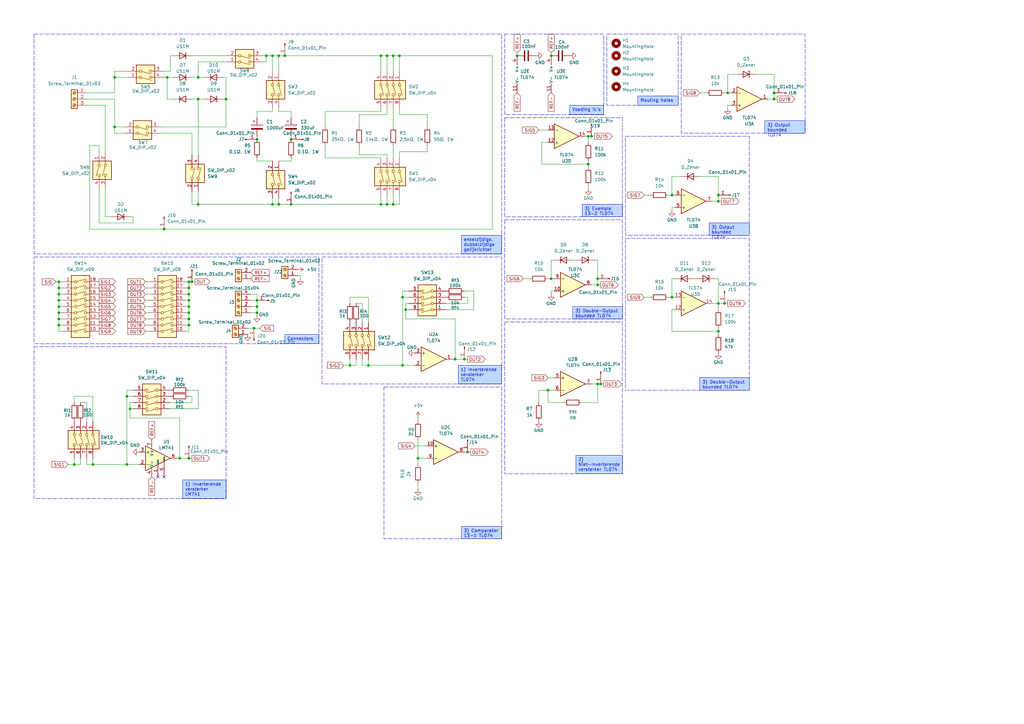
<source format=kicad_sch>
(kicad_sch (version 20231120) (generator "eeschema") (generator_version "8.0")
  (paper "A3")
  (title_block (title "Labo Sem 2, Elektronica 2, VIVES") (date "2025-04-07") (rev "1") (company "Dectronics.cc"))
  (junction (at 161.29 83.82))
  (junction (at 24.13 120.65))
  (junction (at 294.64 135.89))
  (junction (at 77.47 128.27))
  (junction (at 212.09 22.86))
  (junction (at 24.13 125.73))
  (junction (at 92.71 40.64))
  (junction (at 38.1 190.5))
  (junction (at 46.99 31.75))
  (junction (at 116.84 22.86))
  (junction (at 158.75 83.82))
  (junction (at 24.13 133.35))
  (junction (at 156.21 22.86))
  (junction (at 52.07 162.56))
  (junction (at 30.48 190.5))
  (junction (at 105.41 128.27))
  (junction (at 241.3 67.31))
  (junction (at 77.47 123.19))
  (junction (at 105.41 57.15))
  (junction (at 186.69 147.32))
  (junction (at 224.79 160.02))
  (junction (at 226.06 114.3))
  (junction (at 105.41 125.73))
  (junction (at 105.41 123.19))
  (junction (at 317.5 40.64))
  (junction (at 114.3 22.86))
  (junction (at 104.14 134.62))
  (junction (at 161.29 22.86))
  (junction (at 275.59 121.92))
  (junction (at 68.58 31.75))
  (junction (at 294.64 82.55))
  (junction (at 77.47 120.65))
  (junction (at 73.66 187.96))
  (junction (at 294.64 80.01))
  (junction (at 119.38 83.82))
  (junction (at 241.3 55.88))
  (junction (at 81.28 40.64))
  (junction (at 77.47 115.57))
  (junction (at 77.47 130.81))
  (junction (at 24.13 115.57))
  (junction (at 119.38 57.15))
  (junction (at 81.28 83.82))
  (junction (at 111.76 83.82))
  (junction (at 298.45 38.1))
  (junction (at 163.83 22.86))
  (junction (at 24.13 123.19))
  (junction (at 81.28 31.75))
  (junction (at 46.99 52.07))
  (junction (at 109.22 22.86))
  (junction (at 226.06 22.86))
  (junction (at 24.13 118.11))
  (junction (at 246.38 157.48))
  (junction (at 151.13 149.86))
  (junction (at 53.34 167.64))
  (junction (at 77.47 133.35))
  (junction (at 242.57 55.88))
  (junction (at 165.1 121.92))
  (junction (at 77.47 125.73))
  (junction (at 67.31 93.98))
  (junction (at 156.21 83.82))
  (junction (at 158.75 22.86))
  (junction (at 24.13 128.27))
  (junction (at 275.59 80.01))
  (junction (at 294.64 124.46))
  (junction (at 77.47 118.11))
  (junction (at 165.1 149.86))
  (junction (at 171.45 187.96))
  (junction (at 245.11 114.3))
  (junction (at 77.47 187.96))
  (junction (at 191.77 185.42))
  (junction (at 297.18 124.46))
  (junction (at 190.5 147.32))
  (junction (at 245.11 157.48))
  (junction (at 245.11 116.84))
  (junction (at 317.5 38.1))
  (junction (at 114.3 83.82))
  (junction (at 78.74 115.57))
  (junction (at 52.07 190.5))
  (junction (at 166.37 127))
  (junction (at 143.51 149.86))
  (junction (at 111.76 22.86))
  (junction (at 24.13 130.81))
  (no_connect (at 64.77 195.58))
  (no_connect (at 67.31 195.58))
  (wire (pts (xy 165.1 121.92) (xy 167.64 121.92)))
  (wire (pts (xy 222.25 67.31) (xy 241.3 67.31)))
  (wire (pts (xy 46.99 52.07) (xy 50.8 52.07)))
  (wire (pts (xy 91.44 40.64) (xy 92.71 40.64)))
  (wire (pts (xy 78.74 115.57) (xy 80.01 115.57)))
  (wire (pts (xy 275.59 80.01) (xy 276.86 80.01)))
  (wire (pts (xy 241.3 55.88) (xy 242.57 55.88)))
  (wire (pts (xy 105.41 66.04) (xy 105.41 64.77)))
  (wire (pts (xy 220.98 165.1) (xy 220.98 160.02)))
  (wire (pts (xy 166.37 130.81) (xy 166.37 127)))
  (wire (pts (xy 81.28 31.75) (xy 83.82 31.75)))
  (wire (pts (xy 35.56 40.64) (xy 46.99 40.64)))
  (wire (pts (xy 52.07 160.02) (xy 54.61 160.02)))
  (wire (pts (xy 76.2 133.35) (xy 77.47 133.35)))
  (wire (pts (xy 43.18 43.18) (xy 35.56 43.18)))
  (wire (pts (xy 81.28 40.64) (xy 83.82 40.64)))
  (wire (pts (xy 201.93 22.86) (xy 201.93 93.98)))
  (wire (pts (xy 71.12 40.64) (xy 68.58 40.64)))
  (wire (pts (xy 163.83 29.21) (xy 163.83 22.86)))
  (wire (pts (xy 298.45 30.48) (xy 298.45 38.1)))
  (wire (pts (xy 38.1 190.5) (xy 52.07 190.5)))
  (wire (pts (xy 59.69 123.19) (xy 60.96 123.19)))
  (wire (pts (xy 224.79 154.94) (xy 227.33 154.94)))
  (wire (pts (xy 59.69 130.81) (xy 60.96 130.81)))
  (wire (pts (xy 191.77 147.32) (xy 190.5 147.32)))
  (wire (pts (xy 102.87 125.73) (xy 105.41 125.73)))
  (wire (pts (xy 104.14 134.62) (xy 101.6 134.62)))
  (wire (pts (xy 53.34 167.64) (xy 54.61 167.64)))
  (wire (pts (xy 143.51 121.92) (xy 151.13 121.92)))
  (wire (pts (xy 171.45 180.34) (xy 171.45 187.96)))
  (wire (pts (xy 163.83 44.45) (xy 163.83 46.99)))
  (wire (pts (xy 143.51 147.32) (xy 143.51 149.86)))
  (wire (pts (xy 194.31 127) (xy 182.88 127)))
  (wire (pts (xy 226.06 119.38) (xy 227.33 119.38)))
  (wire (pts (xy 78.74 83.82) (xy 81.28 83.82)))
  (wire (pts (xy 241.3 67.31) (xy 241.3 68.58)))
  (wire (pts (xy 190.5 147.32) (xy 186.69 147.32)))
  (wire (pts (xy 73.66 187.96) (xy 72.39 187.96)))
  (wire (pts (xy 30.48 162.56) (xy 38.1 162.56)))
  (wire (pts (xy 78.74 78.74) (xy 78.74 83.82)))
  (wire (pts (xy 35.56 190.5) (xy 38.1 190.5)))
  (wire (pts (xy 224.79 58.42) (xy 222.25 58.42)))
  (wire (pts (xy 275.59 85.09) (xy 276.86 85.09)))
  (wire (pts (xy 105.41 57.15) (xy 105.41 55.88)))
  (wire (pts (xy 275.59 72.39) (xy 275.59 80.01)))
  (wire (pts (xy 158.75 46.99) (xy 158.75 44.45)))
  (wire (pts (xy 226.06 120.65) (xy 226.06 119.38)))
  (wire (pts (xy 24.13 123.19) (xy 25.4 123.19)))
  (wire (pts (xy 165.1 119.38) (xy 165.1 121.92)))
  (wire (pts (xy 242.57 55.88) (xy 243.84 55.88)))
  (wire (pts (xy 77.47 118.11) (xy 77.47 115.57)))
  (wire (pts (xy 66.04 54.61) (xy 78.74 54.61)))
  (wire (pts (xy 191.77 121.92) (xy 191.77 124.46)))
  (wire (pts (xy 298.45 43.18) (xy 299.72 43.18)))
  (wire (pts (xy 294.64 134.62) (xy 294.64 135.89)))
  (wire (pts (xy 30.48 187.96) (xy 30.48 190.5)))
  (wire (pts (xy 114.3 44.45) (xy 114.3 45.72)))
  (wire (pts (xy 52.07 162.56) (xy 54.61 162.56)))
  (wire (pts (xy 275.59 121.92) (xy 276.86 121.92)))
  (wire (pts (xy 133.35 45.72) (xy 133.35 52.07)))
  (wire (pts (xy 76.2 115.57) (xy 77.47 115.57)))
  (wire (pts (xy 294.64 124.46) (xy 297.18 124.46)))
  (wire (pts (xy 67.31 29.21) (xy 69.85 29.21)))
  (wire (pts (xy 46.99 31.75) (xy 46.99 29.21)))
  (wire (pts (xy 77.47 115.57) (xy 78.74 115.57)))
  (wire (pts (xy 111.76 45.72) (xy 111.76 44.45)))
  (wire (pts (xy 81.28 78.74) (xy 81.28 83.82)))
  (wire (pts (xy 171.45 187.96) (xy 175.26 187.96)))
  (wire (pts (xy 293.37 114.3) (xy 294.64 114.3)))
  (wire (pts (xy 190.5 121.92) (xy 191.77 121.92)))
  (wire (pts (xy 143.51 149.86) (xy 146.05 149.86)))
  (wire (pts (xy 76.2 130.81) (xy 77.47 130.81)))
  (wire (pts (xy 275.59 127) (xy 276.86 127)))
  (wire (pts (xy 59.69 133.35) (xy 60.96 133.35)))
  (wire (pts (xy 294.64 124.46) (xy 292.1 124.46)))
  (wire (pts (xy 67.31 31.75) (xy 68.58 31.75)))
  (wire (pts (xy 275.59 114.3) (xy 275.59 121.92)))
  (wire (pts (xy 234.95 106.68) (xy 236.22 106.68)))
  (wire (pts (xy 245.11 157.48) (xy 246.38 157.48)))
  (wire (pts (xy 191.77 124.46) (xy 182.88 124.46)))
  (wire (pts (xy 109.22 22.86) (xy 111.76 22.86)))
  (wire (pts (xy 220.98 53.34) (xy 224.79 53.34)))
  (wire (pts (xy 294.64 114.3) (xy 294.64 124.46)))
  (wire (pts (xy 224.79 160.02) (xy 227.33 160.02)))
  (wire (pts (xy 59.69 118.11) (xy 60.96 118.11)))
  (wire (pts (xy 111.76 22.86) (xy 111.76 29.21)))
  (wire (pts (xy 38.1 162.56) (xy 38.1 172.72)))
  (wire (pts (xy 123.19 113.03) (xy 123.19 114.3)))
  (wire (pts (xy 67.31 93.98) (xy 201.93 93.98)))
  (wire (pts (xy 77.47 125.73) (xy 77.47 123.19)))
  (wire (pts (xy 76.2 135.89) (xy 77.47 135.89)))
  (wire (pts (xy 158.75 83.82) (xy 161.29 83.82)))
  (wire (pts (xy 166.37 127) (xy 166.37 124.46)))
  (wire (pts (xy 24.13 125.73) (xy 24.13 128.27)))
  (wire (pts (xy 24.13 128.27) (xy 25.4 128.27)))
  (wire (pts (xy 264.16 80.01) (xy 266.7 80.01)))
  (wire (pts (xy 241.3 55.88) (xy 241.3 58.42)))
  (wire (pts (xy 317.5 38.1) (xy 317.5 40.64)))
  (wire (pts (xy 68.58 40.64) (xy 68.58 31.75)))
  (wire (pts (xy 264.16 121.92) (xy 266.7 121.92)))
  (wire (pts (xy 201.93 22.86) (xy 163.83 22.86)))
  (wire (pts (xy 161.29 22.86) (xy 158.75 22.86)))
  (wire (pts (xy 24.13 130.81) (xy 24.13 133.35)))
  (wire (pts (xy 163.83 62.23) (xy 163.83 64.77)))
  (wire (pts (xy 226.06 106.68) (xy 226.06 114.3)))
  (wire (pts (xy 298.45 44.45) (xy 298.45 43.18)))
  (wire (pts (xy 69.85 29.21) (xy 69.85 22.86)))
  (wire (pts (xy 275.59 86.36) (xy 275.59 85.09)))
  (wire (pts (xy 220.98 160.02) (xy 224.79 160.02)))
  (wire (pts (xy 43.18 77.47) (xy 43.18 88.9)))
  (wire (pts (xy 245.11 116.84) (xy 242.57 116.84)))
  (wire (pts (xy 105.41 129.54) (xy 105.41 128.27)))
  (wire (pts (xy 294.64 82.55) (xy 295.91 82.55)))
  (wire (pts (xy 317.5 40.64) (xy 314.96 40.64)))
  (wire (pts (xy 77.47 128.27) (xy 77.47 125.73)))
  (wire (pts (xy 81.28 83.82) (xy 111.76 83.82)))
  (wire (pts (xy 53.34 167.64) (xy 53.34 165.1)))
  (wire (pts (xy 161.29 83.82) (xy 163.83 83.82)))
  (wire (pts (xy 114.3 22.86) (xy 116.84 22.86)))
  (wire (pts (xy 69.85 22.86) (xy 71.12 22.86)))
  (wire (pts (xy 171.45 198.12) (xy 171.45 200.66)))
  (wire (pts (xy 46.99 31.75) (xy 52.07 31.75)))
  (wire (pts (xy 107.95 22.86) (xy 109.22 22.86)))
  (wire (pts (xy 107.95 25.4) (xy 109.22 25.4)))
  (wire (pts (xy 36.83 93.98) (xy 67.31 93.98)))
  (wire (pts (xy 148.59 124.46) (xy 148.59 132.08)))
  (wire (pts (xy 156.21 80.01) (xy 156.21 83.82)))
  (wire (pts (xy 46.99 54.61) (xy 46.99 52.07)))
  (wire (pts (xy 24.13 123.19) (xy 24.13 125.73)))
  (wire (pts (xy 241.3 67.31) (xy 241.3 66.04)))
  (wire (pts (xy 161.29 44.45) (xy 161.29 52.07)))
  (wire (pts (xy 33.02 165.1) (xy 35.56 165.1)))
  (wire (pts (xy 53.34 165.1) (xy 54.61 165.1)))
  (wire (pts (xy 24.13 133.35) (xy 24.13 135.89)))
  (wire (pts (xy 214.63 114.3) (xy 217.17 114.3)))
  (wire (pts (xy 191.77 185.42) (xy 193.04 185.42)))
  (wire (pts (xy 161.29 59.69) (xy 161.29 64.77)))
  (wire (pts (xy 297.18 38.1) (xy 298.45 38.1)))
  (wire (pts (xy 243.84 106.68) (xy 245.11 106.68)))
  (wire (pts (xy 35.56 38.1) (xy 46.99 38.1)))
  (wire (pts (xy 24.13 115.57) (xy 24.13 118.11)))
  (wire (pts (xy 92.71 31.75) (xy 92.71 40.64)))
  (wire (pts (xy 36.83 59.69) (xy 36.83 93.98)))
  (wire (pts (xy 109.22 25.4) (xy 109.22 22.86)))
  (wire (pts (xy 158.75 29.21) (xy 158.75 22.86)))
  (wire (pts (xy 40.64 59.69) (xy 36.83 59.69)))
  (wire (pts (xy 114.3 22.86) (xy 111.76 22.86)))
  (wire (pts (xy 46.99 38.1) (xy 46.99 31.75)))
  (wire (pts (xy 111.76 83.82) (xy 114.3 83.82)))
  (wire (pts (xy 52.07 160.02) (xy 52.07 162.56)))
  (wire (pts (xy 91.44 31.75) (xy 92.71 31.75)))
  (wire (pts (xy 24.13 118.11) (xy 24.13 120.65)))
  (wire (pts (xy 111.76 66.04) (xy 105.41 66.04)))
  (wire (pts (xy 106.68 134.62) (xy 104.14 134.62)))
  (wire (pts (xy 52.07 190.5) (xy 57.15 190.5)))
  (wire (pts (xy 156.21 44.45) (xy 156.21 45.72)))
  (wire (pts (xy 165.1 149.86) (xy 170.18 149.86)))
  (wire (pts (xy 171.45 190.5) (xy 171.45 187.96)))
  (wire (pts (xy 81.28 25.4) (xy 81.28 31.75)))
  (wire (pts (xy 77.47 187.96) (xy 73.66 187.96)))
  (wire (pts (xy 163.83 83.82) (xy 163.83 80.01)))
  (wire (pts (xy 241.3 76.2) (xy 241.3 77.47)))
  (wire (pts (xy 105.41 128.27) (xy 105.41 125.73)))
  (wire (pts (xy 226.06 21.59) (xy 226.06 22.86)))
  (wire (pts (xy 111.76 81.28) (xy 111.76 83.82)))
  (wire (pts (xy 275.59 127) (xy 275.59 135.89)))
  (wire (pts (xy 102.87 123.19) (xy 105.41 123.19)))
  (wire (pts (xy 59.69 120.65) (xy 60.96 120.65)))
  (wire (pts (xy 156.21 22.86) (xy 156.21 29.21)))
  (wire (pts (xy 245.11 165.1) (xy 245.11 157.48)))
  (wire (pts (xy 24.13 128.27) (xy 24.13 130.81)))
  (wire (pts (xy 77.47 160.02) (xy 81.28 160.02)))
  (wire (pts (xy 52.07 162.56) (xy 52.07 190.5)))
  (wire (pts (xy 40.64 62.23) (xy 40.64 59.69)))
  (wire (pts (xy 78.74 31.75) (xy 81.28 31.75)))
  (wire (pts (xy 121.92 113.03) (xy 123.19 113.03)))
  (wire (pts (xy 78.74 54.61) (xy 78.74 63.5)))
  (wire (pts (xy 105.41 48.26) (xy 105.41 45.72)))
  (wire (pts (xy 222.25 58.42) (xy 222.25 67.31)))
  (wire (pts (xy 245.11 116.84) (xy 246.38 116.84)))
  (wire (pts (xy 224.79 165.1) (xy 224.79 160.02)))
  (wire (pts (xy 24.13 133.35) (xy 25.4 133.35)))
  (wire (pts (xy 148.59 149.86) (xy 151.13 149.86)))
  (wire (pts (xy 294.64 72.39) (xy 294.64 80.01)))
  (wire (pts (xy 309.88 30.48) (xy 317.5 30.48)))
  (wire (pts (xy 53.34 88.9) (xy 54.61 88.9)))
  (wire (pts (xy 158.75 63.5) (xy 158.75 64.77)))
  (wire (pts (xy 119.38 45.72) (xy 119.38 48.26)))
  (wire (pts (xy 54.61 88.9) (xy 54.61 91.44)))
  (wire (pts (xy 77.47 133.35) (xy 77.47 130.81)))
  (wire (pts (xy 238.76 165.1) (xy 245.11 165.1)))
  (wire (pts (xy 24.13 125.73) (xy 25.4 125.73)))
  (wire (pts (xy 68.58 31.75) (xy 71.12 31.75)))
  (wire (pts (xy 166.37 127) (xy 167.64 127)))
  (wire (pts (xy 22.86 115.57) (xy 24.13 115.57)))
  (wire (pts (xy 60.96 135.89) (xy 59.69 135.89)))
  (wire (pts (xy 231.14 165.1) (xy 224.79 165.1)))
  (wire (pts (xy 30.48 190.5) (xy 33.02 190.5)))
  (wire (pts (xy 43.18 88.9) (xy 45.72 88.9)))
  (wire (pts (xy 114.3 81.28) (xy 114.3 83.82)))
  (wire (pts (xy 175.26 62.23) (xy 163.83 62.23)))
  (wire (pts (xy 165.1 121.92) (xy 165.1 149.86)))
  (wire (pts (xy 81.28 160.02) (xy 81.28 167.64)))
  (wire (pts (xy 163.83 22.86) (xy 161.29 22.86)))
  (wire (pts (xy 53.34 171.45) (xy 73.66 171.45)))
  (wire (pts (xy 212.09 21.59) (xy 212.09 22.86)))
  (wire (pts (xy 161.29 80.01) (xy 161.29 83.82)))
  (wire (pts (xy 294.64 124.46) (xy 294.64 127)))
  (wire (pts (xy 116.84 22.86) (xy 156.21 22.86)))
  (wire (pts (xy 170.18 182.88) (xy 175.26 182.88)))
  (wire (pts (xy 59.69 125.73) (xy 60.96 125.73)))
  (wire (pts (xy 24.13 130.81) (xy 25.4 130.81)))
  (wire (pts (xy 35.56 165.1) (xy 35.56 172.72)))
  (wire (pts (xy 133.35 64.77) (xy 133.35 59.69)))
  (wire (pts (xy 175.26 59.69) (xy 175.26 62.23)))
  (wire (pts (xy 175.26 46.99) (xy 175.26 52.07)))
  (wire (pts (xy 287.02 72.39) (xy 294.64 72.39)))
  (wire (pts (xy 114.3 83.82) (xy 119.38 83.82)))
  (wire (pts (xy 190.5 185.42) (xy 191.77 185.42)))
  (wire (pts (xy 163.83 46.99) (xy 175.26 46.99)))
  (wire (pts (xy 317.5 30.48) (xy 317.5 38.1)))
  (wire (pts (xy 77.47 162.56) (xy 78.74 162.56)))
  (wire (pts (xy 81.28 167.64) (xy 69.85 167.64)))
  (wire (pts (xy 294.64 82.55) (xy 292.1 82.55)))
  (wire (pts (xy 77.47 135.89) (xy 77.47 133.35)))
  (wire (pts (xy 287.02 38.1) (xy 289.56 38.1)))
  (wire (pts (xy 81.28 40.64) (xy 81.28 63.5)))
  (wire (pts (xy 27.94 190.5) (xy 30.48 190.5)))
  (wire (pts (xy 194.31 119.38) (xy 194.31 127)))
  (wire (pts (xy 246.38 157.48) (xy 247.65 157.48)))
  (wire (pts (xy 54.61 91.44) (xy 40.64 91.44)))
  (wire (pts (xy 186.69 147.32) (xy 185.42 147.32)))
  (wire (pts (xy 76.2 125.73) (xy 77.47 125.73)))
  (wire (pts (xy 166.37 130.81) (xy 186.69 130.81)))
  (wire (pts (xy 245.11 114.3) (xy 245.11 116.84)))
  (wire (pts (xy 190.5 119.38) (xy 194.31 119.38)))
  (wire (pts (xy 158.75 80.01) (xy 158.75 83.82)))
  (wire (pts (xy 105.41 45.72) (xy 111.76 45.72)))
  (wire (pts (xy 53.34 171.45) (xy 53.34 167.64)))
  (wire (pts (xy 119.38 66.04) (xy 119.38 64.77)))
  (wire (pts (xy 317.5 40.64) (xy 318.77 40.64)))
  (wire (pts (xy 24.13 120.65) (xy 24.13 123.19)))
  (wire (pts (xy 146.05 147.32) (xy 146.05 149.86)))
  (wire (pts (xy 59.69 128.27) (xy 60.96 128.27)))
  (wire (pts (xy 143.51 124.46) (xy 143.51 121.92)))
  (wire (pts (xy 186.69 130.81) (xy 186.69 147.32)))
  (wire (pts (xy 226.06 114.3) (xy 227.33 114.3)))
  (wire (pts (xy 165.1 119.38) (xy 167.64 119.38)))
  (wire (pts (xy 114.3 22.86) (xy 114.3 29.21)))
  (wire (pts (xy 156.21 83.82) (xy 158.75 83.82)))
  (wire (pts (xy 24.13 115.57) (xy 25.4 115.57)))
  (wire (pts (xy 35.56 187.96) (xy 35.56 190.5)))
  (wire (pts (xy 147.32 52.07) (xy 147.32 46.99)))
  (wire (pts (xy 105.41 123.19) (xy 105.41 120.65)))
  (wire (pts (xy 245.11 106.68) (xy 245.11 114.3)))
  (wire (pts (xy 274.32 80.01) (xy 275.59 80.01)))
  (wire (pts (xy 46.99 29.21) (xy 52.07 29.21)))
  (wire (pts (xy 161.29 29.21) (xy 161.29 22.86)))
  (wire (pts (xy 146.05 124.46) (xy 148.59 124.46)))
  (wire (pts (xy 224.79 114.3) (xy 226.06 114.3)))
  (wire (pts (xy 158.75 22.86) (xy 156.21 22.86)))
  (wire (pts (xy 76.2 118.11) (xy 77.47 118.11)))
  (wire (pts (xy 77.47 130.81) (xy 77.47 128.27)))
  (wire (pts (xy 147.32 59.69) (xy 147.32 63.5)))
  (wire (pts (xy 33.02 187.96) (xy 33.02 190.5)))
  (wire (pts (xy 151.13 147.32) (xy 151.13 149.86)))
  (wire (pts (xy 43.18 43.18) (xy 43.18 62.23)))
  (wire (pts (xy 25.4 135.89) (xy 24.13 135.89)))
  (wire (pts (xy 76.2 123.19) (xy 77.47 123.19)))
  (wire (pts (xy 156.21 45.72) (xy 133.35 45.72)))
  (wire (pts (xy 140.97 149.86) (xy 143.51 149.86)))
  (wire (pts (xy 147.32 46.99) (xy 158.75 46.99)))
  (wire (pts (xy 78.74 165.1) (xy 69.85 165.1)))
  (wire (pts (xy 298.45 38.1) (xy 299.72 38.1)))
  (wire (pts (xy 38.1 187.96) (xy 38.1 190.5)))
  (wire (pts (xy 24.13 120.65) (xy 25.4 120.65)))
  (wire (pts (xy 119.38 57.15) (xy 119.38 55.88)))
  (wire (pts (xy 240.03 55.88) (xy 241.3 55.88)))
  (wire (pts (xy 274.32 121.92) (xy 275.59 121.92)))
  (wire (pts (xy 148.59 147.32) (xy 148.59 149.86)))
  (wire (pts (xy 245.11 157.48) (xy 242.57 157.48)))
  (wire (pts (xy 114.3 66.04) (xy 119.38 66.04)))
  (wire (pts (xy 297.18 124.46) (xy 298.45 124.46)))
  (wire (pts (xy 40.64 91.44) (xy 40.64 77.47)))
  (wire (pts (xy 73.66 171.45) (xy 73.66 187.96)))
  (wire (pts (xy 78.74 187.96) (xy 77.47 187.96)))
  (wire (pts (xy 156.21 64.77) (xy 133.35 64.77)))
  (wire (pts (xy 119.38 83.82) (xy 156.21 83.82)))
  (wire (pts (xy 77.47 123.19) (xy 77.47 120.65)))
  (wire (pts (xy 92.71 52.07) (xy 66.04 52.07)))
  (wire (pts (xy 275.59 135.89) (xy 294.64 135.89)))
  (wire (pts (xy 114.3 45.72) (xy 119.38 45.72)))
  (wire (pts (xy 105.41 120.65) (xy 102.87 120.65)))
  (wire (pts (xy 46.99 40.64) (xy 46.99 52.07)))
  (wire (pts (xy 276.86 114.3) (xy 275.59 114.3)))
  (wire (pts (xy 147.32 63.5) (xy 158.75 63.5)))
  (wire (pts (xy 92.71 25.4) (xy 81.28 25.4)))
  (wire (pts (xy 30.48 165.1) (xy 30.48 162.56)))
  (wire (pts (xy 294.64 135.89) (xy 294.64 137.16)))
  (wire (pts (xy 227.33 106.68) (xy 226.06 106.68)))
  (wire (pts (xy 302.26 30.48) (xy 298.45 30.48)))
  (wire (pts (xy 76.2 120.65) (xy 77.47 120.65)))
  (wire (pts (xy 78.74 162.56) (xy 78.74 165.1)))
  (wire (pts (xy 171.45 171.45) (xy 171.45 172.72)))
  (wire (pts (xy 279.4 72.39) (xy 275.59 72.39)))
  (wire (pts (xy 76.2 128.27) (xy 77.47 128.27)))
  (wire (pts (xy 151.13 121.92) (xy 151.13 132.08)))
  (wire (pts (xy 59.69 115.57) (xy 60.96 115.57)))
  (wire (pts (xy 105.41 125.73) (xy 105.41 123.19)))
  (wire (pts (xy 284.48 114.3) (xy 285.75 114.3)))
  (wire (pts (xy 294.64 80.01) (xy 294.64 82.55)))
  (wire (pts (xy 92.71 40.64) (xy 92.71 52.07)))
  (wire (pts (xy 78.74 40.64) (xy 81.28 40.64)))
  (wire (pts (xy 78.74 22.86) (xy 92.71 22.86)))
  (wire (pts (xy 24.13 118.11) (xy 25.4 118.11)))
  (wire (pts (xy 166.37 124.46) (xy 167.64 124.46)))
  (wire (pts (xy 50.8 54.61) (xy 46.99 54.61)))
  (wire (pts (xy 151.13 149.86) (xy 165.1 149.86)))
  (wire (pts (xy 102.87 128.27) (xy 105.41 128.27)))
  (wire (pts (xy 77.47 120.65) (xy 77.47 118.11)))
  (rectangle (start 13.97 105.41) (end 130.81 140.97) (stroke (width 0) (type dash)))
  (rectangle (start 13.97 13.97) (end 205.74 104.14) (stroke (width 0) (type dash)))
  (rectangle (start 132.08 105.41) (end 205.74 157.48) (stroke (width 0) (type dash)))
  (rectangle (start 256.54 55.88) (end 307.34 96.52) (stroke (width 0) (type dash)))
  (rectangle (start 248.92 13.97) (end 278.13 43.18) (stroke (width 0) (type dash)))
  (rectangle (start 207.01 48.26) (end 255.27 88.9) (stroke (width 0) (type dash)))
  (rectangle (start 13.97 142.24) (end 92.71 204.47) (stroke (width 0) (type dash)))
  (rectangle (start 207.01 13.97) (end 247.65 46.99) (stroke (width 0) (type dash)))
  (rectangle (start 256.54 97.79) (end 307.34 160.02) (stroke (width 0) (type dash)))
  (rectangle (start 279.4 13.97) (end 330.2 54.61) (stroke (width 0) (type dash)))
  (rectangle (start 207.01 132.08) (end 255.27 194.31) (stroke (width 0) (type dash)))
  (rectangle (start 157.48 158.75) (end 205.74 220.98) (stroke (width 0) (type dash)))
  (rectangle (start 207.01 90.17) (end 255.27 130.81) (stroke (width 0) (type dash)))
  (text_box "3) Output bounded TL074" (at 290.83 91.44 0) (size 16.51 5.08) (fill (type color) (color 191 216 255 1)) (effects (font (size 1.27 1.27)) (justify left top)))
  (text_box "3) Output bounded TL074" (at 313.69 49.53 0) (size 16.51 5.08) (fill (type color) (color 191 216 255 1)) (effects (font (size 1.27 1.27)) (justify left top)))
  (text_box "3) Comparator 13-1 TL074" (at 189.23 215.9 0) (size 16.51 5.08) (fill (type color) (color 191 216 255 1)) (effects (font (size 1.27 1.27)) (justify left top)))
  (text_box "3) Double-Output bounded TL074" (at 287.02 154.94 0) (size 20.32 5.08) (fill (type color) (color 191 216 255 1)) (effects (font (size 1.27 1.27)) (justify left top)))
  (text_box "Voeding ic's" (at 233.68 43.18 0) (size 13.97 3.81) (fill (type color) (color 191 216 255 1)) (effects (font (size 1.27 1.27)) (justify left top)))
  (text_box "Connectors" (at 116.84 137.16 0) (size 13.97 3.81) (fill (type color) (color 191 216 255 1)) (effects (font (size 1.27 1.27)) (justify left top)))
  (text_box "Mouting holes" (at 261.62 39.37 0) (size 16.51 3.81) (fill (type color) (color 191 216 255 1)) (effects (font (size 1.27 1.27)) (justify left top)))
  (text_box "1) Inverterende versterker LM741" (at 74.93 196.85 0) (size 17.78 7.62) (fill (type color) (color 191 216 255 1)) (effects (font (size 1.27 1.27)) (justify left top)))
  (text_box "enkelzijdige, dubbelzijdige gelijkrichter" (at 189.23 96.52 0) (size 16.51 7.62) (fill (type color) (color 191 216 255 1)) (effects (font (size 1.27 1.27)) (justify left top)))
  (text_box "3) Double-Output bounded TL074" (at 234.95 125.73 0) (size 20.32 5.08) (fill (type color) (color 191 216 255 1)) (effects (font (size 1.27 1.27)) (justify left top)))
  (text_box "3) Example 13-2 TL074" (at 238.76 83.82 0) (size 16.51 5.08) (fill (type color) (color 191 216 255 1)) (effects (font (size 1.27 1.27)) (justify left top)))
  (text_box "2) Niet-Inverterende versterker TL074" (at 236.22 186.69 0) (size 19.05 7.62) (fill (type color) (color 191 216 255 1)) (effects (font (size 1.27 1.27)) (justify left top)))
  (text_box "1) Inverterende versterker TL074" (at 187.96 149.86 0) (size 17.78 7.62) (fill (type color) (color 191 216 255 1)) (effects (font (size 1.27 1.27)) (justify left top)))
  (global_label "REF+" (shape input) (at 102.87 111.76 0) (property "Intersheetrefs" "${INTERSHEET_REFS}" (effects (hide yes))))
  (global_label "REF-" (shape input) (at 102.87 114.3 0) (property "Intersheetrefs" "${INTERSHEET_REFS}" (effects (hide yes))))
  (global_label "REF-" (shape input) (at 212.09 38.1 270) (property "Intersheetrefs" "${INTERSHEET_REFS}" (effects (hide yes))))
  (global_label "SIG" (shape input) (at 22.86 115.57 180) (property "Intersheetrefs" "${INTERSHEET_REFS}" (effects (hide yes))))
  (global_label "OUT1" (shape output) (at 78.74 187.96 0) (property "Intersheetrefs" "${INTERSHEET_REFS}" (effects (hide yes))))
  (global_label "OUT9" (shape output) (at 298.45 124.46 0) (property "Intersheetrefs" "${INTERSHEET_REFS}" (effects (hide yes))))
  (global_label "SIG1" (shape input) (at 27.94 190.5 180) (property "Intersheetrefs" "${INTERSHEET_REFS}" (effects (hide yes))))
  (global_label "REF-" (shape input) (at 226.06 38.1 270) (property "Intersheetrefs" "${INTERSHEET_REFS}" (effects (hide yes))))
  (global_label "OUT6" (shape output) (at 246.38 116.84 0) (property "Intersheetrefs" "${INTERSHEET_REFS}" (effects (hide yes))))
  (global_label "REF-" (shape input) (at 62.23 195.58 270) (property "Intersheetrefs" "${INTERSHEET_REFS}" (effects (hide yes))))
  (global_label "OUT4" (shape output) (at 193.04 185.42 0) (property "Intersheetrefs" "${INTERSHEET_REFS}" (effects (hide yes))))
  (global_label "SIG1" (shape output) (at 40.64 115.57 0) (property "Intersheetrefs" "${INTERSHEET_REFS}" (effects (hide yes))))
  (global_label "OUT3" (shape input) (at 59.69 120.65 180) (property "Intersheetrefs" "${INTERSHEET_REFS}" (effects (hide yes))))
  (global_label "SIG5" (shape input) (at 220.98 53.34 180) (property "Intersheetrefs" "${INTERSHEET_REFS}" (effects (hide yes))))
  (global_label "OUT3" (shape output) (at 247.65 157.48 0) (property "Intersheetrefs" "${INTERSHEET_REFS}" (effects (hide yes))))
  (global_label "REF+" (shape input) (at 62.23 180.34 90) (property "Intersheetrefs" "${INTERSHEET_REFS}" (effects (hide yes))))
  (global_label "SIG8" (shape output) (at 40.64 133.35 0) (property "Intersheetrefs" "${INTERSHEET_REFS}" (effects (hide yes))))
  (global_label "SIG2" (shape input) (at 140.97 149.86 180) (property "Intersheetrefs" "${INTERSHEET_REFS}" (effects (hide yes))))
  (global_label "REF+" (shape input) (at 226.06 21.59 90) (property "Intersheetrefs" "${INTERSHEET_REFS}" (effects (hide yes))))
  (global_label "OUT5" (shape output) (at 243.84 55.88 0) (property "Intersheetrefs" "${INTERSHEET_REFS}" (effects (hide yes))))
  (global_label "OUT8" (shape output) (at 318.77 40.64 0) (property "Intersheetrefs" "${INTERSHEET_REFS}" (effects (hide yes))))
  (global_label "SIG4" (shape input) (at 170.18 182.88 180) (property "Intersheetrefs" "${INTERSHEET_REFS}" (effects (hide yes))))
  (global_label "OUT1" (shape input) (at 59.69 115.57 180) (property "Intersheetrefs" "${INTERSHEET_REFS}" (effects (hide yes))))
  (global_label "SIG5" (shape output) (at 40.64 125.73 0) (property "Intersheetrefs" "${INTERSHEET_REFS}" (effects (hide yes))))
  (global_label "OUT8" (shape input) (at 59.69 133.35 180) (property "Intersheetrefs" "${INTERSHEET_REFS}" (effects (hide yes))))
  (global_label "SIG7" (shape output) (at 40.64 130.81 0) (property "Intersheetrefs" "${INTERSHEET_REFS}" (effects (hide yes))))
  (global_label "REF+" (shape input) (at 212.09 21.59 90) (property "Intersheetrefs" "${INTERSHEET_REFS}" (effects (hide yes))))
  (global_label "SIG8" (shape input) (at 287.02 38.1 180) (property "Intersheetrefs" "${INTERSHEET_REFS}" (effects (hide yes))))
  (global_label "SIG3" (shape output) (at 40.64 120.65 0) (property "Intersheetrefs" "${INTERSHEET_REFS}" (effects (hide yes))))
  (global_label "OUT" (shape output) (at 80.01 115.57 0) (property "Intersheetrefs" "${INTERSHEET_REFS}" (effects (hide yes))))
  (global_label "OUT7" (shape input) (at 59.69 130.81 180) (property "Intersheetrefs" "${INTERSHEET_REFS}" (effects (hide yes))))
  (global_label "SIG2" (shape output) (at 40.64 118.11 0) (property "Intersheetrefs" "${INTERSHEET_REFS}" (effects (hide yes))))
  (global_label "OUT9" (shape input) (at 59.69 135.89 180) (property "Intersheetrefs" "${INTERSHEET_REFS}" (effects (hide yes))))
  (global_label "SIG" (shape input) (at 106.68 134.62 0) (property "Intersheetrefs" "${INTERSHEET_REFS}" (effects (hide yes))))
  (global_label "SIG9" (shape output) (at 40.64 135.89 0) (property "Intersheetrefs" "${INTERSHEET_REFS}" (effects (hide yes))))
  (global_label "OUT7" (shape output) (at 295.91 82.55 0) (property "Intersheetrefs" "${INTERSHEET_REFS}" (effects (hide yes))))
  (global_label "OUT2" (shape input) (at 59.69 118.11 180) (property "Intersheetrefs" "${INTERSHEET_REFS}" (effects (hide yes))))
  (global_label "SIG4" (shape output) (at 40.64 123.19 0) (property "Intersheetrefs" "${INTERSHEET_REFS}" (effects (hide yes))))
  (global_label "SIG7" (shape input) (at 264.16 80.01 180) (property "Intersheetrefs" "${INTERSHEET_REFS}" (effects (hide yes))))
  (global_label "OUT6" (shape input) (at 59.69 128.27 180) (property "Intersheetrefs" "${INTERSHEET_REFS}" (effects (hide yes))))
  (global_label "OUT2" (shape output) (at 191.77 147.32 0) (property "Intersheetrefs" "${INTERSHEET_REFS}" (effects (hide yes))))
  (global_label "SIG3" (shape input) (at 224.79 154.94 180) (property "Intersheetrefs" "${INTERSHEET_REFS}" (effects (hide yes))))
  (global_label "SIG6" (shape input) (at 214.63 114.3 180) (property "Intersheetrefs" "${INTERSHEET_REFS}" (effects (hide yes))))
  (global_label "SIG9" (shape input) (at 264.16 121.92 180) (property "Intersheetrefs" "${INTERSHEET_REFS}" (effects (hide yes))))
  (global_label "OUT4" (shape input) (at 59.69 123.19 180) (property "Intersheetrefs" "${INTERSHEET_REFS}" (effects (hide yes))))
  (global_label "OUT5" (shape input) (at 59.69 125.73 180) (property "Intersheetrefs" "${INTERSHEET_REFS}" (effects (hide yes))))
  (global_label "SIG6" (shape output) (at 40.64 128.27 0) (property "Intersheetrefs" "${INTERSHEET_REFS}" (effects (hide yes))))
  (symbol (lib_id "Device:D_Zener") (at 306.07 30.48 0) (mirror y) (unit 1)
    (property "Reference" "D3" (at 306.07 24.13 0))
    (property "Value" "D_Zener" (at 306.07 26.67 0))
    (property "Footprint" "Diode_SMD:D_SOD-123" (effects (hide yes)))
    (property "Description" "Zener diode" (effects (hide yes)))
  )
  (symbol (lib_id "Connector:Screw_Terminal_01x04") (at 97.79 125.73 180) (unit 1)
    (property "Reference" "J3" (at 94.996 123.952 0))
    (property "Value" "Screw_Terminal_01x04" (at 95.504 118.11 0))
    (property "Footprint" "TerminalBlock_Phoenix:TerminalBlock_Phoenix_MKDS-1,5-4-5.08_1x04_P5.08mm_Horizontal" (effects (hide yes)))
    (property "Description" "Generic screw terminal, single row, 01x04, script generated (kicad-library-utils/schlib/autogen/connector/)" (effects (hide yes)))
  )
  (symbol (lib_id "Device:C_Polarized") (at 119.38 52.07 0) (unit 1)
    (property "Reference" "C2" (at 123.19 49.9109 0) (effects (justify left)))
    (property "Value" "330uF" (at 123.19 52.4509 0) (effects (justify left)))
    (property "Footprint" "Capacitor_SMD:CP_Elec_8x10" (effects (hide yes)))
    (property "Description" "Polarized capacitor" (effects (hide yes)))
  )
  (symbol (lib_id "Device:D_Zener") (at 280.67 114.3 0) (unit 1)
    (property "Reference" "D11" (at 280.67 107.95 0))
    (property "Value" "D_Zener" (at 280.67 110.49 0))
    (property "Footprint" "Diode_SMD:D_SOD-123" (effects (hide yes)))
    (property "Description" "Zener diode" (effects (hide yes)))
  )
  (symbol (lib_id "Device:R") (at 186.69 119.38 270) (mirror x) (unit 1)
    (property "Reference" "Rf3" (at 186.69 115.062 90))
    (property "Value" "100k" (at 186.69 117.094 90))
    (property "Footprint" "Resistor_SMD:R_0805_2012Metric" (effects (hide yes)))
    (property "Description" "Resistor" (effects (hide yes)))
  )
  (symbol (lib_id "Connector:Conn_01x01_Pin") (at 77.47 182.88 270) (unit 1)
    (property "Reference" "J11" (at 78.232 183.388 90) (effects (justify left)))
    (property "Value" "Conn_01x01_Pin" (at 77.978 185.166 90) (effects (justify left)))
    (property "Footprint" "Connector_PinHeader_2.54mm:PinHeader_1x01_P2.54mm_Vertical" (effects (hide yes)))
    (property "Description" "Generic connector, single row, 01x01, script generated" (effects (hide yes)))
  )
  (symbol (lib_id "power:+5V") (at 121.92 110.49 270) (unit 1)
    (property "Reference" "#PWR015" (effects (hide yes)))
    (property "Value" "+5V" (at 125.73 110.4899 90) (effects (justify left)))
    (property "Description" "Power symbol creates a global label with name \"+5V\"" (effects (hide yes)))
  )
  (symbol (lib_id "Connector:Screw_Terminal_01x02") (at 97.79 114.3 180) (unit 1)
    (property "Reference" "J2" (at 97.79 106.426 0))
    (property "Value" "Screw_Terminal_01x02" (at 97.79 107.95 0))
    (property "Footprint" "TerminalBlock_Phoenix:TerminalBlock_Phoenix_MKDS-1,5-2_1x02_P5.00mm_Horizontal" (effects (hide yes)))
    (property "Description" "Generic screw terminal, single row, 01x02, script generated (kicad-library-utils/schlib/autogen/connector/)" (effects (hide yes)))
  )
  (symbol (lib_id "Switch:SW_DIP_x02") (at 111.76 73.66 270) (unit 1)
    (property "Reference" "SW4" (at 118.11 72.3899 90) (effects (justify left)))
    (property "Value" "SW_DIP_x02" (at 118.11 74.9299 90) (effects (justify left)))
    (property "Footprint" "Button_Switch_THT:SW_DIP_SPSTx02_Slide_9.78x7.26mm_W7.62mm_P2.54mm" (effects (hide yes)))
    (property "Description" "2x DIP Switch, Single Pole Single Throw (SPST) switch, small symbol" (effects (hide yes)))
  )
  (symbol (lib_id "Switch:SW_DIP_x02") (at 100.33 22.86 0) (mirror x) (unit 1)
    (property "Reference" "SW8" (at 98.298 28.956 0) (effects (justify left)))
    (property "Value" "SW_DIP_x02" (at 94.234 30.734 0) (effects (justify left)))
    (property "Footprint" "Button_Switch_THT:SW_DIP_SPSTx02_Slide_9.78x7.26mm_W7.62mm_P2.54mm" (effects (hide yes)))
    (property "Description" "2x DIP Switch, Single Pole Single Throw (SPST) switch, small symbol" (effects (hide yes)))
  )
  (symbol (lib_id "Device:R") (at 133.35 55.88 180) (unit 1)
    (property "Reference" "R1" (at 135.89 54.6099 0) (effects (justify right)))
    (property "Value" "25kΩ, 1W" (at 135.89 57.1499 0) (effects (justify right)))
    (property "Footprint" "Resistor_SMD:R_2512_6332Metric" (effects (hide yes)))
    (property "Description" "Resistor" (effects (hide yes)))
  )
  (symbol (lib_id "Device:D_Zener") (at 283.21 72.39 0) (unit 1)
    (property "Reference" "D4" (at 283.21 66.04 0))
    (property "Value" "D_Zener" (at 283.21 68.58 0))
    (property "Footprint" "Diode_SMD:D_SOD-123" (effects (hide yes)))
    (property "Description" "Zener diode" (effects (hide yes)))
  )
  (symbol (lib_id "Connector:Conn_01x01_Pin") (at 119.38 78.74 270) (unit 1)
    (property "Reference" "J6" (at 120.65 78.1049 90) (effects (justify left)))
    (property "Value" "Conn_01x01_Pin" (at 120.65 80.6449 90) (effects (justify left)))
    (property "Footprint" "Connector_PinHeader_2.54mm:PinHeader_1x01_P2.54mm_Vertical" (effects (hide yes)))
    (property "Description" "Generic connector, single row, 01x01, script generated" (effects (hide yes)))
  )
  (symbol (lib_id "Switch:SW_DIP_x02") (at 58.42 52.07 0) (mirror x) (unit 1)
    (property "Reference" "SW7" (at 56.642 58.42 0) (effects (justify left)))
    (property "Value" "SW_DIP_x02" (at 52.832 60.452 0) (effects (justify left)))
    (property "Footprint" "Button_Switch_THT:SW_DIP_SPSTx02_Slide_9.78x7.26mm_W7.62mm_P2.54mm" (effects (hide yes)))
    (property "Description" "2x DIP Switch, Single Pole Single Throw (SPST) switch, small symbol" (effects (hide yes)))
  )
  (symbol (lib_id "Switch:SW_DIP_x04") (at 175.26 121.92 180) (unit 1)
    (property "Reference" "SW13" (at 175.26 111.76 0))
    (property "Value" "SW_DIP_x04" (at 175.26 114.3 0))
    (property "Footprint" "Button_Switch_THT:SW_DIP_SPSTx04_Slide_9.78x12.34mm_W7.62mm_P2.54mm" (effects (hide yes)))
    (property "Description" "4x DIP Switch, Single Pole Single Throw (SPST) switch, small symbol" (effects (hide yes)))
  )
  (symbol (lib_id "Device:R") (at 146.05 128.27 0) (mirror x) (unit 1)
    (property "Reference" "Ri4" (at 149.098 127.762 0))
    (property "Value" "100" (at 149.352 129.54 0))
    (property "Footprint" "Resistor_SMD:R_0805_2012Metric" (effects (hide yes)))
    (property "Description" "Resistor" (effects (hide yes)))
  )
  (symbol (lib_id "Switch:SW_DIP_x09") (at 33.02 125.73 0) (unit 1)
    (property "Reference" "SW14" (at 33.02 107.95 0))
    (property "Value" "SW_DIP_x09" (at 33.02 110.49 0))
    (property "Footprint" "Button_Switch_THT:SW_DIP_SPSTx09_Slide_9.78x25.04mm_W7.62mm_P2.54mm" (effects (hide yes)))
    (property "Description" "9x DIP Switch, Single Pole Single Throw (SPST) switch, small symbol" (effects (hide yes)))
  )
  (symbol (lib_id "Device:R") (at 73.66 160.02 270) (mirror x) (unit 1)
    (property "Reference" "Rf2" (at 73.66 155.702 90))
    (property "Value" "100k" (at 73.66 157.734 90))
    (property "Footprint" "Resistor_SMD:R_0805_2012Metric" (effects (hide yes)))
    (property "Description" "Resistor" (effects (hide yes)))
  )
  (symbol (lib_id "Device:R") (at 147.32 55.88 180) (unit 1)
    (property "Reference" "R2" (at 149.86 54.6099 0) (effects (justify right)))
    (property "Value" "14kΩ, 1W" (at 149.86 57.1499 0) (effects (justify right)))
    (property "Footprint" "Resistor_SMD:R_2512_6332Metric" (effects (hide yes)))
    (property "Description" "Resistor" (effects (hide yes)))
  )
  (symbol (lib_id "Mechanical:MountingHole") (at 252.73 35.56 0) (unit 1) (exclude_from_sim yes) (in_bom no)
    (property "Reference" "H4" (at 255.27 34.2899 0) (effects (justify left)))
    (property "Value" "MountingHole" (at 255.27 36.8299 0) (effects (justify left)))
    (property "Footprint" "MountingHole:MountingHole_3.2mm_M3" (effects (hide yes)))
    (property "Description" "Mounting Hole without connection" (effects (hide yes)))
  )
  (symbol (lib_id "Device:R") (at 171.45 176.53 0) (mirror y) (unit 1)
    (property "Reference" "R9" (at 168.656 176.276 0))
    (property "Value" "8k" (at 168.656 178.054 0))
    (property "Footprint" "Resistor_THT:R_Axial_DIN0207_L6.3mm_D2.5mm_P10.16mm_Horizontal" (effects (hide yes)))
    (property "Description" "Resistor" (effects (hide yes)))
  )
  (symbol (lib_id "Connector:Conn_01x01_Pin") (at 116.84 17.78 270) (unit 1)
    (property "Reference" "J9" (at 118.11 17.1449 90) (effects (justify left)))
    (property "Value" "Conn_01x01_Pin" (at 118.11 19.6849 90) (effects (justify left)))
    (property "Footprint" "Connector_PinHeader_2.54mm:PinHeader_1x01_P2.54mm_Vertical" (effects (hide yes)))
    (property "Description" "Generic connector, single row, 01x01, script generated" (effects (hide yes)))
  )
  (symbol (lib_id "Device:R") (at 30.48 168.91 0) (mirror y) (unit 1)
    (property "Reference" "Ri1" (at 27.686 168.402 0))
    (property "Value" "1k" (at 27.686 170.18 0))
    (property "Footprint" "Resistor_SMD:R_0805_2012Metric" (effects (hide yes)))
    (property "Description" "Resistor" (effects (hide yes)))
  )
  (symbol (lib_id "Device:D_Zener") (at 231.14 106.68 0) (unit 1)
    (property "Reference" "D5" (at 231.14 100.33 0))
    (property "Value" "D_Zener" (at 231.14 102.87 0))
    (property "Footprint" "Diode_SMD:D_SOD-123" (effects (hide yes)))
    (property "Description" "Zener diode" (effects (hide yes)))
  )
  (symbol (lib_id "Connector:Conn_01x01_Pin") (at 299.72 80.01 180) (unit 1)
    (property "Reference" "J17" (at 301.752 80.01 0))
    (property "Value" "Conn_01x01_Pin" (at 298.45 70.612 0))
    (property "Footprint" "Connector_PinHeader_2.54mm:PinHeader_1x01_P2.54mm_Vertical" (effects (hide yes)))
    (property "Description" "Generic connector, single row, 01x01, script generated" (effects (hide yes)))
  )
  (symbol (lib_id "Connector:Screw_Terminal_01x02") (at 116.84 113.03 180) (unit 1)
    (property "Reference" "J22" (at 114.046 111.506 0))
    (property "Value" "Screw_Terminal_01x02" (at 120.65 106.934 0))
    (property "Footprint" "TerminalBlock_Phoenix:TerminalBlock_Phoenix_MKDS-1,5-2_1x02_P5.00mm_Horizontal" (effects (hide yes)))
    (property "Description" "Generic screw terminal, single row, 01x02, script generated (kicad-library-utils/schlib/autogen/connector/)" (effects (hide yes)))
  )
  (symbol (lib_id "Device:R") (at 175.26 55.88 180) (unit 1)
    (property "Reference" "R4" (at 177.8 54.6099 0) (effects (justify right)))
    (property "Value" "55Ω, 1W" (at 177.8 57.1499 0) (effects (justify right)))
    (property "Footprint" "Resistor_SMD:R_2512_6332Metric" (effects (hide yes)))
    (property "Description" "Resistor" (effects (hide yes)))
  )
  (symbol (lib_id "power:GND") (at 241.3 77.47 0) (unit 1)
    (property "Reference" "#PWR08" (effects (hide yes)))
    (property "Value" "GND" (at 243.332 81.28 0) (effects (justify right)))
    (property "Description" "Power symbol creates a global label with name \"GND\" , ground" (effects (hide yes)))
  )
  (symbol (lib_id "Amplifier_Operational:TL074") (at 307.34 40.64 0) (mirror x) (unit 1)
    (property "Reference" "U3" (at 307.34 50.8 0))
    (property "Value" "TL074" (at 307.34 48.26 0))
    (property "Footprint" "Package_SO:SOIC-14_3.9x8.7mm_P1.27mm" (effects (hide yes)))
    (property "Datasheet" "http://www.ti.com/lit/ds/symlink/tl071.pdf" (effects (hide yes)))
    (property "Description" "Quad Low-Noise JFET-Input Operational Amplifiers, DIP-14/SOIC-14" (effects (hide yes)))
  )
  (symbol (lib_id "power:GND") (at 298.45 44.45 0) (unit 1)
    (property "Reference" "#PWR09" (effects (hide yes)))
    (property "Value" "GND" (at 300.482 48.26 0) (effects (justify right)))
    (property "Description" "Power symbol creates a global label with name \"GND\" , ground" (effects (hide yes)))
  )
  (symbol (lib_id "Device:R") (at 161.29 55.88 0) (unit 1)
    (property "Reference" "R3" (at 163.83 54.6099 0) (effects (justify left)))
    (property "Value" "2,5kΩ, 1W" (at 163.83 57.1499 0) (effects (justify left)))
    (property "Footprint" "Resistor_SMD:R_2512_6332Metric" (effects (hide yes)))
    (property "Description" "Resistor" (effects (hide yes)))
  )
  (symbol (lib_id "Device:C_Polarized") (at 105.41 52.07 0) (unit 1)
    (property "Reference" "C1" (at 109.22 49.9109 0) (effects (justify left)))
    (property "Value" "1000uF" (at 109.22 52.4509 0) (effects (justify left)))
    (property "Footprint" "Capacitor_SMD:CP_Elec_10x10.5" (effects (hide yes)))
    (property "Description" "Polarized capacitor" (effects (hide yes)))
  )
  (symbol (lib_id "Connector:Conn_01x01_Pin") (at 297.18 119.38 270) (unit 1)
    (property "Reference" "J15" (at 298.45 118.7449 90) (effects (justify left)))
    (property "Value" "Conn_01x01_Pin" (at 294.64 116.586 90) (effects (justify left)))
    (property "Footprint" "Connector_PinHeader_2.54mm:PinHeader_1x01_P2.54mm_Vertical" (effects (hide yes)))
    (property "Description" "Generic connector, single row, 01x01, script generated" (effects (hide yes)))
  )
  (symbol (lib_id "Amplifier_Operational:TL074") (at 284.48 124.46 0) (mirror x) (unit 4)
    (property "Reference" "U3" (at 285.242 120.65 0))
    (property "Value" "TL074" (at 285.242 118.11 0))
    (property "Footprint" "Package_SO:SOIC-14_3.9x8.7mm_P1.27mm" (effects (hide yes)))
    (property "Datasheet" "http://www.ti.com/lit/ds/symlink/tl071.pdf" (effects (hide yes)))
    (property "Description" "Quad Low-Noise JFET-Input Operational Amplifiers, DIP-14/SOIC-14" (effects (hide yes)))
  )
  (symbol (lib_id "power:GND") (at 57.15 185.42 270) (unit 1)
    (property "Reference" "#PWR03" (effects (hide yes)))
    (property "Value" "GND" (at 57.404 182.626 90) (effects (justify right)))
    (property "Description" "Power symbol creates a global label with name \"GND\" , ground" (effects (hide yes)))
  )
  (symbol (lib_id "Device:R") (at 241.3 62.23 0) (unit 1)
    (property "Reference" "R11" (at 243.84 60.9599 0) (effects (justify left)))
    (property "Value" "100k" (at 243.84 63.4999 0) (effects (justify left)))
    (property "Footprint" "Resistor_THT:R_Axial_DIN0207_L6.3mm_D2.5mm_P10.16mm_Horizontal" (effects (hide yes)))
    (property "Description" "Resistor" (effects (hide yes)))
  )
  (symbol (lib_id "power:GND") (at 171.45 200.66 0) (unit 1)
    (property "Reference" "#PWR06" (effects (hide yes)))
    (property "Value" "GND" (at 173.482 204.47 0) (effects (justify right)))
    (property "Description" "Power symbol creates a global label with name \"GND\" , ground" (effects (hide yes)))
  )
  (symbol (lib_id "Device:D_Zener") (at 289.56 114.3 0) (mirror y) (unit 1)
    (property "Reference" "D12" (at 289.56 107.95 0))
    (property "Value" "D_Zener" (at 289.56 110.49 0))
    (property "Footprint" "Diode_SMD:D_SOD-123" (effects (hide yes)))
    (property "Description" "Zener diode" (effects (hide yes)))
  )
  (symbol (lib_id "Connector:Screw_Terminal_01x02") (at 96.52 137.16 180) (unit 1)
    (property "Reference" "J4" (at 93.726 135.636 0))
    (property "Value" "Screw_Terminal_01x02" (at 92.202 132.08 0))
    (property "Footprint" "TerminalBlock_Phoenix:TerminalBlock_Phoenix_MKDS-1,5-2_1x02_P5.00mm_Horizontal" (effects (hide yes)))
    (property "Description" "Generic screw terminal, single row, 01x02, script generated (kicad-library-utils/schlib/autogen/connector/)" (effects (hide yes)))
  )
  (symbol (lib_id "Diode:US1M") (at 74.93 40.64 0) (unit 1)
    (property "Reference" "D8" (at 74.93 34.29 0))
    (property "Value" "US1M" (at 74.93 36.83 0))
    (property "Footprint" "Diode_SMD:D_SMA" (effects (hide yes)))
    (property "Datasheet" "https://www.diodes.com/assets/Datasheets/ds16008.pdf" (effects (hide yes)))
    (property "Description" "1000V, 1A, General Purpose Rectifier Diode, SMA(DO-214AC)" (effects (hide yes)))
    (property "Sim.Device" "D" (effects (hide yes)))
    (property "Sim.Pins" "1=K 2=A" (effects (hide yes)))
  )
  (symbol (lib_id "Connector:Conn_01x01_Pin") (at 191.77 180.34 270) (unit 1)
    (property "Reference" "J14" (at 192.278 181.356 90) (effects (justify left)))
    (property "Value" "Conn_01x01_Pin" (at 188.722 179.07 90) (effects (justify left)))
    (property "Footprint" "Connector_PinHeader_2.54mm:PinHeader_1x01_P2.54mm_Vertical" (effects (hide yes)))
    (property "Description" "Generic connector, single row, 01x01, script generated" (effects (hide yes)))
  )
  (symbol (lib_id "Amplifier_Operational:TL074") (at 234.95 157.48 0) (unit 2)
    (property "Reference" "U2" (at 234.95 147.32 0))
    (property "Value" "TL074" (at 234.95 149.86 0))
    (property "Footprint" "Package_SO:SOIC-14_3.9x8.7mm_P1.27mm" (effects (hide yes)))
    (property "Datasheet" "http://www.ti.com/lit/ds/symlink/tl071.pdf" (effects (hide yes)))
    (property "Description" "Quad Low-Noise JFET-Input Operational Amplifiers, DIP-14/SOIC-14" (effects (hide yes)))
  )
  (symbol (lib_id "power:GND") (at 101.6 137.16 0) (unit 1)
    (property "Reference" "#PWR014" (effects (hide yes)))
    (property "Value" "GND" (at 98.806 136.906 90) (effects (justify right)))
    (property "Description" "Power symbol creates a global label with name \"GND\" , ground" (effects (hide yes)))
  )
  (symbol (lib_id "Diode:US1M") (at 74.93 31.75 180) (unit 1)
    (property "Reference" "D7" (at 74.93 26.67 0))
    (property "Value" "US1M" (at 74.93 29.21 0))
    (property "Footprint" "Diode_SMD:D_SMA" (effects (hide yes)))
    (property "Datasheet" "https://www.diodes.com/assets/Datasheets/ds16008.pdf" (effects (hide yes)))
    (property "Description" "1000V, 1A, General Purpose Rectifier Diode, SMA(DO-214AC)" (effects (hide yes)))
    (property "Sim.Device" "D" (effects (hide yes)))
    (property "Sim.Pins" "1=K 2=A" (effects (hide yes)))
  )
  (symbol (lib_id "Amplifier_Operational:TL074") (at 284.48 82.55 0) (mirror x) (unit 2)
    (property "Reference" "U3" (at 284.48 92.71 0))
    (property "Value" "TL074" (at 284.48 90.17 0))
    (property "Footprint" "Package_SO:SOIC-14_3.9x8.7mm_P1.27mm" (effects (hide yes)))
    (property "Datasheet" "http://www.ti.com/lit/ds/symlink/tl071.pdf" (effects (hide yes)))
    (property "Description" "Quad Low-Noise JFET-Input Operational Amplifiers, DIP-14/SOIC-14" (effects (hide yes)))
  )
  (symbol (lib_id "Connector:Conn_01x01_Pin") (at 110.49 123.19 180) (unit 1)
    (property "Reference" "J5" (at 111.76 123.444 0))
    (property "Value" "Conn_01x01_Pin" (at 115.316 121.158 0))
    (property "Footprint" "Connector_PinHeader_2.54mm:PinHeader_1x01_P2.54mm_Vertical" (effects (hide yes)))
    (property "Description" "Generic connector, single row, 01x01, script generated" (effects (hide yes)))
  )
  (symbol (lib_id "Diode:US1M") (at 49.53 88.9 180) (unit 1)
    (property "Reference" "D2" (at 49.53 83.82 0))
    (property "Value" "US1M" (at 49.53 86.36 0))
    (property "Footprint" "Diode_SMD:D_SMA" (effects (hide yes)))
    (property "Datasheet" "https://www.diodes.com/assets/Datasheets/ds16008.pdf" (effects (hide yes)))
    (property "Description" "1000V, 1A, General Purpose Rectifier Diode, SMA(DO-214AC)" (effects (hide yes)))
    (property "Sim.Device" "D" (effects (hide yes)))
    (property "Sim.Pins" "1=K 2=A" (effects (hide yes)))
  )
  (symbol (lib_id "Amplifier_Operational:TL074") (at 182.88 185.42 0) (unit 3)
    (property "Reference" "U2" (at 182.88 175.26 0))
    (property "Value" "TL074" (at 182.88 177.8 0))
    (property "Footprint" "Package_SO:SOIC-14_3.9x8.7mm_P1.27mm" (effects (hide yes)))
    (property "Datasheet" "http://www.ti.com/lit/ds/symlink/tl071.pdf" (effects (hide yes)))
    (property "Description" "Quad Low-Noise JFET-Input Operational Amplifiers, DIP-14/SOIC-14" (effects (hide yes)))
  )
  (symbol (lib_id "power:GND") (at 233.68 22.86 90) (unit 1)
    (property "Reference" "#PWR013" (effects (hide yes)))
    (property "Value" "GND" (at 233.426 25.654 90) (effects (justify right)))
    (property "Description" "Power symbol creates a global label with name \"GND\" , ground" (effects (hide yes)))
  )
  (symbol (lib_id "Device:R") (at 119.38 60.96 180) (unit 1)
    (property "Reference" "R6" (at 121.92 59.6899 0) (effects (justify right)))
    (property "Value" "0,1Ω, 1W" (at 121.92 62.2299 0) (effects (justify right)))
    (property "Footprint" "Resistor_SMD:R_2512_6332Metric" (effects (hide yes)))
    (property "Description" "Resistor" (effects (hide yes)))
  )
  (symbol (lib_id "Switch:SW_DIP_x04") (at 158.75 72.39 270) (unit 1)
    (property "Reference" "SW1" (at 167.64 71.1199 90) (effects (justify left)))
    (property "Value" "SW_DIP_x04" (at 167.64 73.6599 90) (effects (justify left)))
    (property "Footprint" "Button_Switch_THT:SW_DIP_SPSTx04_Slide_9.78x12.34mm_W7.62mm_P2.54mm" (effects (hide yes)))
    (property "Description" "4x DIP Switch, Single Pole Single Throw (SPST) switch, small symbol" (effects (hide yes)))
  )
  (symbol (lib_id "Device:R") (at 186.69 121.92 90) (mirror x) (unit 1)
    (property "Reference" "Rf4" (at 186.69 126.238 90))
    (property "Value" "10k" (at 186.69 124.206 90))
    (property "Footprint" "Resistor_SMD:R_0805_2012Metric" (effects (hide yes)))
    (property "Description" "Resistor" (effects (hide yes)))
  )
  (symbol (lib_id "power:+5V") (at 171.45 171.45 0) (unit 1)
    (property "Reference" "#PWR07" (effects (hide yes)))
    (property "Value" "+5V" (at 171.45 166.37 0))
    (property "Description" "Power symbol creates a global label with name \"+5V\"" (effects (hide yes)))
  )
  (symbol (lib_id "power:GND") (at 170.18 144.78 270) (unit 1)
    (property "Reference" "#PWR04" (effects (hide yes)))
    (property "Value" "GND" (at 170.942 142.494 90) (effects (justify right)))
    (property "Description" "Power symbol creates a global label with name \"GND\" , ground" (effects (hide yes)))
  )
  (symbol (lib_id "Switch:SW_DIP_x02") (at 111.76 36.83 270) (unit 1)
    (property "Reference" "SW3" (at 118.11 35.5599 90) (effects (justify left)))
    (property "Value" "SW_DIP_x02" (at 118.11 38.0999 90) (effects (justify left)))
    (property "Footprint" "Button_Switch_THT:SW_DIP_SPSTx02_Slide_9.78x7.26mm_W7.62mm_P2.54mm" (effects (hide yes)))
    (property "Description" "2x DIP Switch, Single Pole Single Throw (SPST) switch, small symbol" (effects (hide yes)))
  )
  (symbol (lib_id "power:GND") (at 220.98 172.72 0) (unit 1)
    (property "Reference" "#PWR05" (effects (hide yes)))
    (property "Value" "GND" (at 223.012 176.53 0) (effects (justify right)))
    (property "Description" "Power symbol creates a global label with name \"GND\" , ground" (effects (hide yes)))
  )
  (symbol (lib_id "power:GND") (at 105.41 129.54 0) (unit 1)
    (property "Reference" "#PWR01" (effects (hide yes)))
    (property "Value" "GND" (at 110.236 129.032 0) (effects (justify right)))
    (property "Description" "Power symbol creates a global label with name \"GND\" , ground" (effects (hide yes)))
  )
  (symbol (lib_id "Connector:Conn_01x01_Pin") (at 250.19 114.3 180) (unit 1)
    (property "Reference" "J16" (at 252.222 114.3 0))
    (property "Value" "Conn_01x01_Pin" (at 245.364 119.888 0))
    (property "Footprint" "Connector_PinHeader_2.54mm:PinHeader_1x01_P2.54mm_Vertical" (effects (hide yes)))
    (property "Description" "Generic connector, single row, 01x01, script generated" (effects (hide yes)))
  )
  (symbol (lib_id "Device:R") (at 270.51 80.01 90) (unit 1)
    (property "Reference" "R14" (at 270.51 73.66 90))
    (property "Value" "10k" (at 270.51 76.2 90))
    (property "Footprint" "Resistor_THT:R_Axial_DIN0207_L6.3mm_D2.5mm_P10.16mm_Horizontal" (effects (hide yes)))
    (property "Description" "Resistor" (effects (hide yes)))
  )
  (symbol (lib_id "Device:R") (at 143.51 128.27 0) (mirror y) (unit 1)
    (property "Reference" "Ri3" (at 140.716 127.762 0))
    (property "Value" "1k" (at 140.462 129.54 0))
    (property "Footprint" "Resistor_SMD:R_0805_2012Metric" (effects (hide yes)))
    (property "Description" "Resistor" (effects (hide yes)))
  )
  (symbol (lib_id "Device:R") (at 220.98 168.91 0) (mirror x) (unit 1)
    (property "Reference" "R7" (at 218.44 167.6399 0) (effects (justify right)))
    (property "Value" "1k" (at 218.44 170.1799 0) (effects (justify right)))
    (property "Footprint" "Resistor_SMD:R_0805_2012Metric" (effects (hide yes)))
    (property "Description" "Resistor" (effects (hide yes)))
  )
  (symbol (lib_id "Connector:Conn_01x01_Pin") (at 242.57 50.8 270) (unit 1)
    (property "Reference" "J19" (at 242.57 51.562 90) (effects (justify left)))
    (property "Value" "Conn_01x01_Pin" (at 235.712 49.53 90) (effects (justify left)))
    (property "Footprint" "Connector_PinHeader_2.54mm:PinHeader_1x01_P2.54mm_Vertical" (effects (hide yes)))
    (property "Description" "Generic connector, single row, 01x01, script generated" (effects (hide yes)))
  )
  (symbol (lib_id "Device:R") (at 270.51 121.92 90) (unit 1)
    (property "Reference" "R16" (at 270.51 115.57 90))
    (property "Value" "10k" (at 270.51 118.11 90))
    (property "Footprint" "Resistor_THT:R_Axial_DIN0207_L6.3mm_D2.5mm_P10.16mm_Horizontal" (effects (hide yes)))
    (property "Description" "Resistor" (effects (hide yes)))
  )
  (symbol (lib_id "Connector:Screw_Terminal_01x03") (at 30.48 40.64 0) (mirror y) (unit 1)
    (property "Reference" "J1" (at 30.48 31.75 0))
    (property "Value" "Screw_Terminal_01x03" (at 30.48 34.29 0))
    (property "Footprint" "TerminalBlock_Phoenix:TerminalBlock_Phoenix_MKDS-1,5-3_1x03_P5.00mm_Horizontal" (effects (hide yes)))
    (property "Description" "Generic screw terminal, single row, 01x03, script generated (kicad-library-utils/schlib/autogen/connector/)" (effects (hide yes)))
  )
  (symbol (lib_id "Diode:US1M") (at 74.93 22.86 180) (unit 1)
    (property "Reference" "D1" (at 74.93 16.51 0))
    (property "Value" "US1M" (at 74.93 19.05 0))
    (property "Footprint" "Diode_SMD:D_SMA" (effects (hide yes)))
    (property "Datasheet" "https://www.diodes.com/assets/Datasheets/ds16008.pdf" (effects (hide yes)))
    (property "Description" "1000V, 1A, General Purpose Rectifier Diode, SMA(DO-214AC)" (effects (hide yes)))
    (property "Sim.Device" "D" (effects (hide yes)))
    (property "Sim.Pins" "1=K 2=A" (effects (hide yes)))
  )
  (symbol (lib_id "Device:R") (at 220.98 114.3 90) (unit 1)
    (property "Reference" "R15" (at 220.98 107.95 90))
    (property "Value" "10k" (at 220.98 110.49 90))
    (property "Footprint" "Resistor_THT:R_Axial_DIN0207_L6.3mm_D2.5mm_P10.16mm_Horizontal" (effects (hide yes)))
    (property "Description" "Resistor" (effects (hide yes)))
  )
  (symbol (lib_id "Connector:Conn_01x01_Pin") (at 322.58 38.1 180) (unit 1)
    (property "Reference" "J18" (at 324.866 38.1 0))
    (property "Value" "Conn_01x01_Pin" (at 321.945 35.56 0))
    (property "Footprint" "Connector_PinHeader_2.54mm:PinHeader_1x01_P2.54mm_Vertical" (effects (hide yes)))
    (property "Description" "Generic connector, single row, 01x01, script generated" (effects (hide yes)))
  )
  (symbol (lib_id "Device:R") (at 294.64 140.97 180) (unit 1)
    (property "Reference" "R18" (at 297.18 139.6999 0) (effects (justify right)))
    (property "Value" "47k" (at 297.18 142.2399 0) (effects (justify right)))
    (property "Footprint" "Resistor_THT:R_Axial_DIN0207_L6.3mm_D2.5mm_P10.16mm_Horizontal" (effects (hide yes)))
    (property "Description" "Resistor" (effects (hide yes)))
  )
  (symbol (lib_id "Connector:Conn_01x01_Pin") (at 124.46 57.15 180) (unit 1)
    (property "Reference" "J8" (at 125.73 57.15 0))
    (property "Value" "Conn_01x01_Pin" (at 123.952 54.61 0))
    (property "Footprint" "Connector_PinHeader_2.54mm:PinHeader_1x01_P2.54mm_Vertical" (effects (hide yes)))
    (property "Description" "Generic connector, single row, 01x01, script generated" (effects (hide yes)))
  )
  (symbol (lib_id "Device:R") (at 33.02 168.91 0) (mirror x) (unit 1)
    (property "Reference" "Ri2" (at 35.814 168.402 0))
    (property "Value" "100" (at 36.068 170.18 0))
    (property "Footprint" "Resistor_SMD:R_0805_2012Metric" (effects (hide yes)))
    (property "Description" "Resistor" (effects (hide yes)))
  )
  (symbol (lib_id "Diode:US1M") (at 87.63 31.75 0) (unit 1)
    (property "Reference" "D10" (at 87.63 26.67 0))
    (property "Value" "US1M" (at 87.63 29.21 0))
    (property "Footprint" "Diode_SMD:D_SMA" (effects (hide yes)))
    (property "Datasheet" "https://www.diodes.com/assets/Datasheets/ds16008.pdf" (effects (hide yes)))
    (property "Description" "1000V, 1A, General Purpose Rectifier Diode, SMA(DO-214AC)" (effects (hide yes)))
    (property "Sim.Device" "D" (effects (hide yes)))
    (property "Sim.Pins" "1=K 2=A" (effects (hide yes)))
  )
  (symbol (lib_id "Device:R") (at 105.41 60.96 0) (mirror y) (unit 1)
    (property "Reference" "R5" (at 102.87 59.6899 0) (effects (justify left)))
    (property "Value" "0,1Ω, 1W" (at 102.87 62.2299 0) (effects (justify left)))
    (property "Footprint" "Resistor_SMD:R_2512_6332Metric" (effects (hide yes)))
    (property "Description" "Resistor" (effects (hide yes)))
  )
  (symbol (lib_id "power:GND") (at 275.59 86.36 0) (unit 1)
    (property "Reference" "#PWR010" (effects (hide yes)))
    (property "Value" "GND" (at 277.622 90.17 0) (effects (justify right)))
    (property "Description" "Power symbol creates a global label with name \"GND\" , ground" (effects (hide yes)))
  )
  (symbol (lib_id "Connector:Conn_01x01_Pin") (at 246.38 152.4 270) (unit 1)
    (property "Reference" "J13" (at 247.142 151.638 90) (effects (justify left)))
    (property "Value" "Conn_01x01_Pin" (at 238.76 149.352 90) (effects (justify left)))
    (property "Footprint" "Connector_PinHeader_2.54mm:PinHeader_1x01_P2.54mm_Vertical" (effects (hide yes)))
    (property "Description" "Generic connector, single row, 01x01, script generated" (effects (hide yes)))
  )
  (symbol (lib_id "Connector:Conn_01x01_Pin") (at 190.5 142.24 270) (unit 1)
    (property "Reference" "J12" (at 191.516 143.256 90) (effects (justify left)))
    (property "Value" "Conn_01x01_Pin" (at 187.96 140.97 90) (effects (justify left)))
    (property "Footprint" "Connector_PinHeader_2.54mm:PinHeader_1x01_P2.54mm_Vertical" (effects (hide yes)))
    (property "Description" "Generic connector, single row, 01x01, script generated" (effects (hide yes)))
  )
  (symbol (lib_id "Mechanical:MountingHole") (at 252.73 17.78 0) (unit 1) (exclude_from_sim yes) (in_bom no)
    (property "Reference" "H1" (at 255.27 16.5099 0) (effects (justify left)))
    (property "Value" "MountingHole" (at 255.27 19.0499 0) (effects (justify left)))
    (property "Footprint" "MountingHole:MountingHole_3.2mm_M3" (effects (hide yes)))
    (property "Description" "Mounting Hole without connection" (effects (hide yes)))
  )
  (symbol (lib_id "Switch:SW_DIP_x02") (at 78.74 71.12 270) (mirror x) (unit 1)
    (property "Reference" "SW9" (at 85.09 72.3901 90) (effects (justify left)))
    (property "Value" "SW_DIP_x02" (at 85.09 69.8501 90) (effects (justify left)))
    (property "Footprint" "Button_Switch_THT:SW_DIP_SPSTx02_Slide_9.78x7.26mm_W7.62mm_P2.54mm" (effects (hide yes)))
    (property "Description" "2x DIP Switch, Single Pole Single Throw (SPST) switch, small symbol" (effects (hide yes)))
  )
  (symbol (lib_id "power:GND") (at 219.71 22.86 90) (unit 1)
    (property "Reference" "#PWR02" (effects (hide yes)))
    (property "Value" "GND" (at 219.456 25.654 90) (effects (justify right)))
    (property "Description" "Power symbol creates a global label with name \"GND\" , ground" (effects (hide yes)))
  )
  (symbol (lib_id "Amplifier_Operational:TL074") (at 214.63 30.48 0) (unit 5)
    (property "Reference" "U2" (at 213.36 29.2099 0) (effects (justify left)))
    (property "Value" "TL074" (at 213.36 31.7499 0) (effects (justify left)))
    (property "Footprint" "Package_SO:SOIC-14_3.9x8.7mm_P1.27mm" (effects (hide yes)))
    (property "Datasheet" "http://www.ti.com/lit/ds/symlink/tl071.pdf" (effects (hide yes)))
    (property "Description" "Quad Low-Noise JFET-Input Operational Amplifiers, DIP-14/SOIC-14" (effects (hide yes)))
  )
  (symbol (lib_id "Diode:US1M") (at 87.63 40.64 180) (unit 1)
    (property "Reference" "D9" (at 87.63 34.29 0))
    (property "Value" "US1M" (at 87.63 36.83 0))
    (property "Footprint" "Diode_SMD:D_SMA" (effects (hide yes)))
    (property "Datasheet" "https://www.diodes.com/assets/Datasheets/ds16008.pdf" (effects (hide yes)))
    (property "Description" "1000V, 1A, General Purpose Rectifier Diode, SMA(DO-214AC)" (effects (hide yes)))
    (property "Sim.Device" "D" (effects (hide yes)))
    (property "Sim.Pins" "1=K 2=A" (effects (hide yes)))
  )
  (symbol (lib_id "Switch:SW_DIP_x02") (at 43.18 69.85 90) (mirror x) (unit 1)
    (property "Reference" "SW6" (at 36.83 68.5799 90) (effects (justify left)))
    (property "Value" "SW_DIP_x02" (at 36.83 71.1199 90) (effects (justify left)))
    (property "Footprint" "Button_Switch_THT:SW_DIP_SPSTx02_Slide_9.78x7.26mm_W7.62mm_P2.54mm" (effects (hide yes)))
    (property "Description" "2x DIP Switch, Single Pole Single Throw (SPST) switch, small symbol" (effects (hide yes)))
  )
  (symbol (lib_id "power:GND") (at 123.19 114.3 0) (unit 1)
    (property "Reference" "#PWR016" (effects (hide yes)))
    (property "Value" "GND" (at 120.396 114.046 90) (effects (justify right)))
    (property "Description" "Power symbol creates a global label with name \"GND\" , ground" (effects (hide yes)))
  )
  (symbol (lib_id "Amplifier_Operational:TL074") (at 223.52 30.48 0) (mirror y) (unit 5)
    (property "Reference" "U3" (at 230.124 29.21 0))
    (property "Value" "TL074" (at 230.124 31.75 0))
    (property "Footprint" "Package_SO:SOIC-14_3.9x8.7mm_P1.27mm" (effects (hide yes)))
    (property "Datasheet" "http://www.ti.com/lit/ds/symlink/tl071.pdf" (effects (hide yes)))
    (property "Description" "Quad Low-Noise JFET-Input Operational Amplifiers, DIP-14/SOIC-14" (effects (hide yes)))
  )
  (symbol (lib_id "Device:C") (at 229.87 22.86 90) (unit 1)
    (property "Reference" "C4" (at 230.378 17.272 90))
    (property "Value" "100nF" (at 230.632 19.304 90))
    (property "Footprint" "Capacitor_SMD:C_0805_2012Metric" (effects (hide yes)))
    (property "Description" "Unpolarized capacitor" (effects (hide yes)))
  )
  (symbol (lib_id "power:GND") (at 226.06 120.65 0) (unit 1)
    (property "Reference" "#PWR011" (effects (hide yes)))
    (property "Value" "GND" (at 228.092 124.46 0) (effects (justify right)))
    (property "Description" "Power symbol creates a global label with name \"GND\" , ground" (effects (hide yes)))
  )
  (symbol (lib_id "Device:R") (at 241.3 72.39 0) (unit 1)
    (property "Reference" "R12" (at 243.84 71.1199 0) (effects (justify left)))
    (property "Value" "100k" (at 243.84 73.6599 0) (effects (justify left)))
    (property "Footprint" "Resistor_THT:R_Axial_DIN0207_L6.3mm_D2.5mm_P10.16mm_Horizontal" (effects (hide yes)))
    (property "Description" "Resistor" (effects (hide yes)))
  )
  (symbol (lib_id "Connector:Conn_01x01_Pin") (at 78.74 110.49 270) (unit 1)
    (property "Reference" "J21" (at 77.724 109.22 90) (effects (justify left)))
    (property "Value" "Conn_01x01_Pin" (at 80.01 112.3949 90) (effects (justify left)))
    (property "Footprint" "Connector_PinHeader_2.54mm:PinHeader_1x01_P2.54mm_Vertical" (effects (hide yes)))
    (property "Description" "Generic connector, single row, 01x01, script generated" (effects (hide yes)))
  )
  (symbol (lib_id "Switch:SW_DIP_x04") (at 158.75 36.83 270) (unit 1)
    (property "Reference" "SW2" (at 167.64 35.5599 90) (effects (justify left)))
    (property "Value" "SW_DIP_x04" (at 167.64 38.0999 90) (effects (justify left)))
    (property "Footprint" "Button_Switch_THT:SW_DIP_SPSTx04_Slide_9.78x12.34mm_W7.62mm_P2.54mm" (effects (hide yes)))
    (property "Description" "4x DIP Switch, Single Pole Single Throw (SPST) switch, small symbol" (effects (hide yes)))
  )
  (symbol (lib_id "Amplifier_Operational:TL074") (at 177.8 147.32 0) (unit 1)
    (property "Reference" "U2" (at 177.8 137.16 0))
    (property "Value" "TL074" (at 177.8 139.7 0))
    (property "Footprint" "Package_SO:SOIC-14_3.9x8.7mm_P1.27mm" (effects (hide yes)))
    (property "Datasheet" "http://www.ti.com/lit/ds/symlink/tl071.pdf" (effects (hide yes)))
    (property "Description" "Quad Low-Noise JFET-Input Operational Amplifiers, DIP-14/SOIC-14" (effects (hide yes)))
  )
  (symbol (lib_id "Amplifier_Operational:TL074") (at 232.41 55.88 0) (mirror x) (unit 4)
    (property "Reference" "U2" (at 232.41 66.04 0))
    (property "Value" "TL074" (at 232.41 63.5 0))
    (property "Footprint" "Package_SO:SOIC-14_3.9x8.7mm_P1.27mm" (effects (hide yes)))
    (property "Datasheet" "http://www.ti.com/lit/ds/symlink/tl071.pdf" (effects (hide yes)))
    (property "Description" "Quad Low-Noise JFET-Input Operational Amplifiers, DIP-14/SOIC-14" (effects (hide yes)))
  )
  (symbol (lib_id "Device:R") (at 293.37 38.1 90) (unit 1)
    (property "Reference" "R13" (at 293.37 31.75 90))
    (property "Value" "10k" (at 293.37 34.29 90))
    (property "Footprint" "Resistor_THT:R_Axial_DIN0207_L6.3mm_D2.5mm_P10.16mm_Horizontal" (effects (hide yes)))
    (property "Description" "Resistor" (effects (hide yes)))
  )
  (symbol (lib_id "Connector:Conn_01x01_Pin") (at 67.31 88.9 270) (unit 1)
    (property "Reference" "J10" (at 68.58 88.2649 90) (effects (justify left)))
    (property "Value" "Conn_01x01_Pin" (at 68.58 90.8049 90) (effects (justify left)))
    (property "Footprint" "Connector_PinHeader_2.54mm:PinHeader_1x01_P2.54mm_Vertical" (effects (hide yes)))
    (property "Description" "Generic connector, single row, 01x01, script generated" (effects (hide yes)))
  )
  (symbol (lib_id "Device:R") (at 73.66 162.56 90) (mirror x) (unit 1)
    (property "Reference" "Rf1" (at 73.66 166.878 90))
    (property "Value" "10k" (at 73.66 164.846 90))
    (property "Footprint" "Resistor_SMD:R_0805_2012Metric" (effects (hide yes)))
    (property "Description" "Resistor" (effects (hide yes)))
  )
  (symbol (lib_id "Device:R") (at 294.64 130.81 180) (unit 1)
    (property "Reference" "R17" (at 297.18 129.5399 0) (effects (justify right)))
    (property "Value" "100k" (at 297.18 132.0799 0) (effects (justify right)))
    (property "Footprint" "Resistor_THT:R_Axial_DIN0207_L6.3mm_D2.5mm_P10.16mm_Horizontal" (effects (hide yes)))
    (property "Description" "Resistor" (effects (hide yes)))
  )
  (symbol (lib_id "Connector:Conn_01x01_Pin") (at 104.14 139.7 90) (unit 1)
    (property "Reference" "J20" (at 105.41 137.7949 90) (effects (justify right)))
    (property "Value" "Conn_01x01_Pin" (at 105.41 140.3349 90) (effects (justify right)))
    (property "Footprint" "Connector_PinHeader_2.54mm:PinHeader_1x01_P2.54mm_Vertical" (effects (hide yes)))
    (property "Description" "Generic connector, single row, 01x01, script generated" (effects (hide yes)))
  )
  (symbol (lib_id "Amplifier_Operational:LM741") (at 64.77 187.96 0) (unit 1)
    (property "Reference" "U1" (at 68.326 181.102 0))
    (property "Value" "LM741" (at 68.326 183.642 0))
    (property "Footprint" "Package_SO:SOIC-8_3.9x4.9mm_P1.27mm" (effects (hide yes)))
    (property "Datasheet" "http://www.ti.com/lit/ds/symlink/lm741.pdf" (effects (hide yes)))
    (property "Description" "Operational Amplifier, DIP-8/TO-99-8" (effects (hide yes)))
  )
  (symbol (lib_id "Switch:SW_DIP_x04") (at 33.02 180.34 270) (unit 1)
    (property "Reference" "SW10" (at 41.148 179.324 90) (effects (justify left)))
    (property "Value" "SW_DIP_x04" (at 41.148 181.61 90) (effects (justify left)))
    (property "Footprint" "Button_Switch_THT:SW_DIP_SPSTx04_Slide_9.78x12.34mm_W7.62mm_P2.54mm" (effects (hide yes)))
    (property "Description" "4x DIP Switch, Single Pole Single Throw (SPST) switch, small symbol" (effects (hide yes)))
  )
  (symbol (lib_id "Device:R") (at 171.45 194.31 0) (mirror y) (unit 1)
    (property "Reference" "R10" (at 165.1 194.31 90))
    (property "Value" "2k" (at 167.64 194.31 90))
    (property "Footprint" "Resistor_THT:R_Axial_DIN0207_L6.3mm_D2.5mm_P10.16mm_Horizontal" (effects (hide yes)))
    (property "Description" "Resistor" (effects (hide yes)))
  )
  (symbol (lib_id "Device:C") (at 215.9 22.86 90) (unit 1)
    (property "Reference" "C3" (at 215.9 17.018 90))
    (property "Value" "100nF" (at 216.916 19.05 90))
    (property "Footprint" "Capacitor_SMD:C_0805_2012Metric" (effects (hide yes)))
    (property "Description" "Unpolarized capacitor" (effects (hide yes)))
  )
  (symbol (lib_id "Mechanical:MountingHole") (at 252.73 22.86 0) (unit 1) (exclude_from_sim yes) (in_bom no)
    (property "Reference" "H2" (at 255.27 21.5899 0) (effects (justify left)))
    (property "Value" "MountingHole" (at 255.27 24.1299 0) (effects (justify left)))
    (property "Footprint" "MountingHole:MountingHole_3.2mm_M3" (effects (hide yes)))
    (property "Description" "Mounting Hole without connection" (effects (hide yes)))
  )
  (symbol (lib_id "Switch:SW_DIP_x04") (at 146.05 139.7 270) (unit 1)
    (property "Reference" "SW12" (at 154.94 138.4299 90) (effects (justify left)))
    (property "Value" "SW_DIP_x04" (at 154.94 140.9699 90) (effects (justify left)))
    (property "Footprint" "Button_Switch_THT:SW_DIP_SPSTx04_Slide_9.78x12.34mm_W7.62mm_P2.54mm" (effects (hide yes)))
    (property "Description" "4x DIP Switch, Single Pole Single Throw (SPST) switch, small symbol" (effects (hide yes)))
  )
  (symbol (lib_id "Switch:SW_DIP_x02") (at 59.69 29.21 0) (mirror x) (unit 1)
    (property "Reference" "SW5" (at 57.658 35.56 0) (effects (justify left)))
    (property "Value" "SW_DIP_x02" (at 54.102 37.338 0) (effects (justify left)))
    (property "Footprint" "Button_Switch_THT:SW_DIP_SPSTx02_Slide_9.78x7.26mm_W7.62mm_P2.54mm" (effects (hide yes)))
    (property "Description" "2x DIP Switch, Single Pole Single Throw (SPST) switch, small symbol" (effects (hide yes)))
  )
  (symbol (lib_id "Device:R") (at 234.95 165.1 90) (mirror x) (unit 1)
    (property "Reference" "R8" (at 234.95 171.45 90))
    (property "Value" "99k" (at 234.95 168.91 90))
    (property "Footprint" "Resistor_SMD:R_0805_2012Metric" (effects (hide yes)))
    (property "Description" "Resistor" (effects (hide yes)))
  )
  (symbol (lib_id "Switch:SW_DIP_x09") (at 68.58 125.73 0) (unit 1)
    (property "Reference" "SW15" (at 68.58 107.95 0))
    (property "Value" "SW_DIP_x09" (at 68.58 110.49 0))
    (property "Footprint" "Button_Switch_THT:SW_DIP_SPSTx09_Slide_9.78x25.04mm_W7.62mm_P2.54mm" (effects (hide yes)))
    (property "Description" "9x DIP Switch, Single Pole Single Throw (SPST) switch, small symbol" (effects (hide yes)))
  )
  (symbol (lib_id "Mechanical:MountingHole") (at 252.73 29.21 0) (unit 1) (exclude_from_sim yes) (in_bom no)
    (property "Reference" "H3" (at 255.27 27.9399 0) (effects (justify left)))
    (property "Value" "MountingHole" (at 255.27 30.4799 0) (effects (justify left)))
    (property "Footprint" "MountingHole:MountingHole_3.2mm_M3" (effects (hide yes)))
    (property "Description" "Mounting Hole without connection" (effects (hide yes)))
  )
  (symbol (lib_id "Connector:Conn_01x01_Pin") (at 100.33 57.15 0) (unit 1)
    (property "Reference" "J7" (at 99.06 57.15 0))
    (property "Value" "Conn_01x01_Pin" (at 96.52 54.61 0))
    (property "Footprint" "Connector_PinHeader_2.54mm:PinHeader_1x01_P2.54mm_Vertical" (effects (hide yes)))
    (property "Description" "Generic connector, single row, 01x01, script generated" (effects (hide yes)))
  )
  (symbol (lib_id "Switch:SW_DIP_x04") (at 62.23 162.56 180) (unit 1)
    (property "Reference" "SW11" (at 62.23 152.4 0))
    (property "Value" "SW_DIP_x04" (at 62.23 154.94 0))
    (property "Footprint" "Button_Switch_THT:SW_DIP_SPSTx04_Slide_9.78x12.34mm_W7.62mm_P2.54mm" (effects (hide yes)))
    (property "Description" "4x DIP Switch, Single Pole Single Throw (SPST) switch, small symbol" (effects (hide yes)))
  )
  (symbol (lib_id "Device:D_Zener") (at 240.03 106.68 0) (mirror y) (unit 1)
    (property "Reference" "D6" (at 240.03 100.33 0))
    (property "Value" "D_Zener" (at 240.03 102.87 0))
    (property "Footprint" "Diode_SMD:D_SOD-123" (effects (hide yes)))
    (property "Description" "Zener diode" (effects (hide yes)))
  )
  (symbol (lib_id "Amplifier_Operational:TL074") (at 234.95 116.84 0) (mirror x) (unit 3)
    (property "Reference" "U3" (at 235.966 113.03 0))
    (property "Value" "TL074" (at 235.966 110.49 0))
    (property "Footprint" "Package_SO:SOIC-14_3.9x8.7mm_P1.27mm" (effects (hide yes)))
    (property "Datasheet" "http://www.ti.com/lit/ds/symlink/tl071.pdf" (effects (hide yes)))
    (property "Description" "Quad Low-Noise JFET-Input Operational Amplifiers, DIP-14/SOIC-14" (effects (hide yes)))
  )
  (symbol (lib_id "power:GND") (at 294.64 144.78 0) (unit 1)
    (property "Reference" "#PWR012" (effects (hide yes)))
    (property "Value" "GND" (at 296.672 148.59 0) (effects (justify right)))
    (property "Description" "Power symbol creates a global label with name \"GND\" , ground" (effects (hide yes)))
  )
)
</source>
